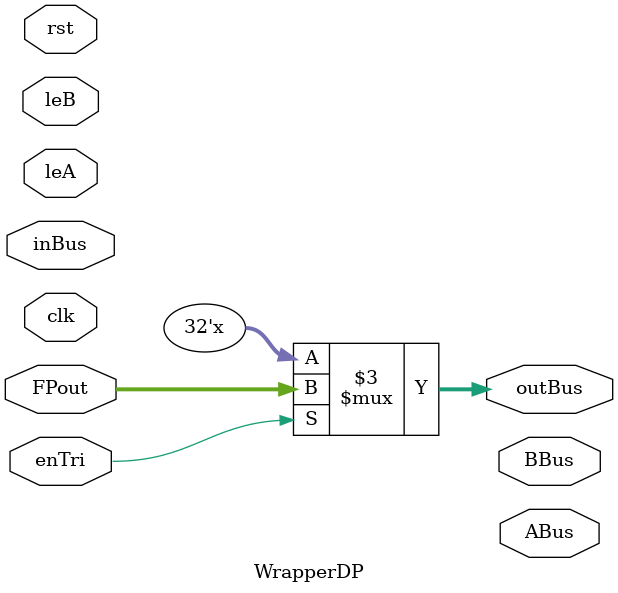
<source format=sv>
`timescale 1ns/1ns


module WrapperDP(input clk, rst, enTri, leB, leA, input [31:0] inBus, FPout, output [31:0] ABus, BBus, outBus);

	logic [31:0] Areg, Breg;
	always @(posedge clk, posedge rst) begin 
		if (rst)
			Breg <= 32'b0;
		else
			if (leB)
				Breg <= inBus;
	end

	always @(posedge clk, posedge rst) begin 
		if (rst)
			Areg <= 32'b0;
		else begin
			if (leA)
				Areg <= inBus;
		end
	end

	assign outBus = enTri ? FPout : 32'bz;

endmodule

</source>
